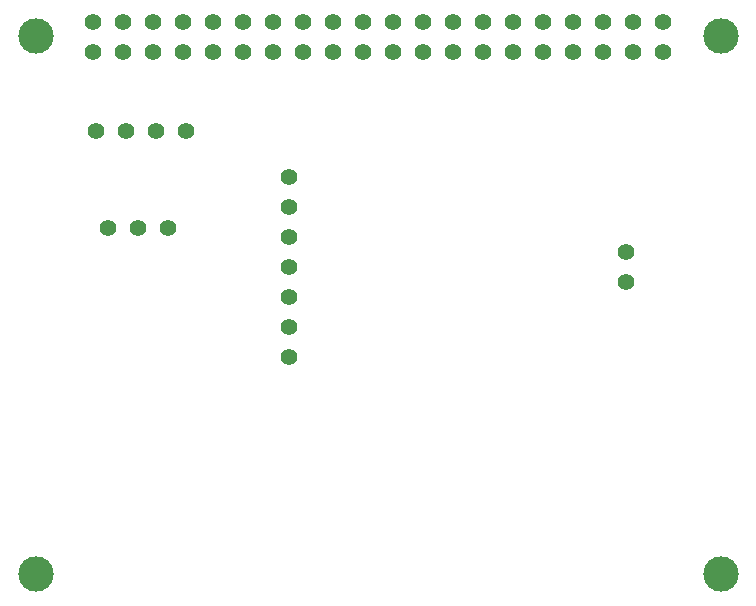
<source format=gbs>
G75*
%MOIN*%
%OFA0B0*%
%FSLAX25Y25*%
%IPPOS*%
%LPD*%
%AMOC8*
5,1,8,0,0,1.08239X$1,22.5*
%
%ADD10C,0.11811*%
%ADD11C,0.05600*%
D10*
X0037273Y0028792D03*
X0265619Y0028792D03*
X0265619Y0207926D03*
X0037273Y0207926D03*
D11*
X0056446Y0212650D03*
X0066446Y0212650D03*
X0076446Y0212650D03*
X0076446Y0202650D03*
X0066446Y0202650D03*
X0056446Y0202650D03*
X0086446Y0202650D03*
X0096446Y0202650D03*
X0106446Y0202650D03*
X0116446Y0202650D03*
X0126446Y0202650D03*
X0136446Y0202650D03*
X0146446Y0202650D03*
X0156446Y0202650D03*
X0166446Y0202650D03*
X0176446Y0202650D03*
X0186446Y0202650D03*
X0196446Y0202650D03*
X0206446Y0202650D03*
X0216446Y0202650D03*
X0226446Y0202650D03*
X0236446Y0202650D03*
X0246446Y0202650D03*
X0246446Y0212650D03*
X0236446Y0212650D03*
X0226446Y0212650D03*
X0216446Y0212650D03*
X0206446Y0212650D03*
X0196446Y0212650D03*
X0186446Y0212650D03*
X0176446Y0212650D03*
X0166446Y0212650D03*
X0156446Y0212650D03*
X0146446Y0212650D03*
X0136446Y0212650D03*
X0126446Y0212650D03*
X0116446Y0212650D03*
X0106446Y0212650D03*
X0096446Y0212650D03*
X0086446Y0212650D03*
X0087469Y0176390D03*
X0077469Y0176390D03*
X0067469Y0176390D03*
X0057469Y0176390D03*
X0061210Y0144107D03*
X0071210Y0144107D03*
X0081210Y0144107D03*
X0121564Y0141115D03*
X0121564Y0151115D03*
X0121564Y0161115D03*
X0121564Y0131115D03*
X0121564Y0121115D03*
X0121564Y0111115D03*
X0121564Y0101115D03*
X0234064Y0126115D03*
X0234064Y0136115D03*
M02*

</source>
